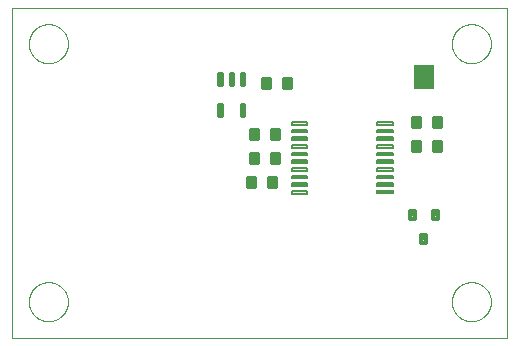
<source format=gtp>
G75*
%MOIN*%
%OFA0B0*%
%FSLAX25Y25*%
%IPPOS*%
%LPD*%
%AMOC8*
5,1,8,0,0,1.08239X$1,22.5*
%
%ADD10C,0.00000*%
%ADD11C,0.00974*%
%ADD12C,0.01744*%
%ADD13R,0.06000X0.01650*%
%ADD14C,0.00742*%
%ADD15R,0.06700X0.07900*%
%ADD16C,0.01395*%
D10*
X0089050Y0003800D02*
X0089050Y0113800D01*
X0254050Y0113800D01*
X0254050Y0003800D01*
X0089050Y0003800D01*
X0094550Y0015800D02*
X0094552Y0015961D01*
X0094558Y0016121D01*
X0094568Y0016282D01*
X0094582Y0016442D01*
X0094600Y0016602D01*
X0094621Y0016761D01*
X0094647Y0016920D01*
X0094677Y0017078D01*
X0094710Y0017235D01*
X0094748Y0017392D01*
X0094789Y0017547D01*
X0094834Y0017701D01*
X0094883Y0017854D01*
X0094936Y0018006D01*
X0094992Y0018157D01*
X0095053Y0018306D01*
X0095116Y0018454D01*
X0095184Y0018600D01*
X0095255Y0018744D01*
X0095329Y0018886D01*
X0095407Y0019027D01*
X0095489Y0019165D01*
X0095574Y0019302D01*
X0095662Y0019436D01*
X0095754Y0019568D01*
X0095849Y0019698D01*
X0095947Y0019826D01*
X0096048Y0019951D01*
X0096152Y0020073D01*
X0096259Y0020193D01*
X0096369Y0020310D01*
X0096482Y0020425D01*
X0096598Y0020536D01*
X0096717Y0020645D01*
X0096838Y0020750D01*
X0096962Y0020853D01*
X0097088Y0020953D01*
X0097216Y0021049D01*
X0097347Y0021142D01*
X0097481Y0021232D01*
X0097616Y0021319D01*
X0097754Y0021402D01*
X0097893Y0021482D01*
X0098035Y0021558D01*
X0098178Y0021631D01*
X0098323Y0021700D01*
X0098470Y0021766D01*
X0098618Y0021828D01*
X0098768Y0021886D01*
X0098919Y0021941D01*
X0099072Y0021992D01*
X0099226Y0022039D01*
X0099381Y0022082D01*
X0099537Y0022121D01*
X0099693Y0022157D01*
X0099851Y0022188D01*
X0100009Y0022216D01*
X0100168Y0022240D01*
X0100328Y0022260D01*
X0100488Y0022276D01*
X0100648Y0022288D01*
X0100809Y0022296D01*
X0100970Y0022300D01*
X0101130Y0022300D01*
X0101291Y0022296D01*
X0101452Y0022288D01*
X0101612Y0022276D01*
X0101772Y0022260D01*
X0101932Y0022240D01*
X0102091Y0022216D01*
X0102249Y0022188D01*
X0102407Y0022157D01*
X0102563Y0022121D01*
X0102719Y0022082D01*
X0102874Y0022039D01*
X0103028Y0021992D01*
X0103181Y0021941D01*
X0103332Y0021886D01*
X0103482Y0021828D01*
X0103630Y0021766D01*
X0103777Y0021700D01*
X0103922Y0021631D01*
X0104065Y0021558D01*
X0104207Y0021482D01*
X0104346Y0021402D01*
X0104484Y0021319D01*
X0104619Y0021232D01*
X0104753Y0021142D01*
X0104884Y0021049D01*
X0105012Y0020953D01*
X0105138Y0020853D01*
X0105262Y0020750D01*
X0105383Y0020645D01*
X0105502Y0020536D01*
X0105618Y0020425D01*
X0105731Y0020310D01*
X0105841Y0020193D01*
X0105948Y0020073D01*
X0106052Y0019951D01*
X0106153Y0019826D01*
X0106251Y0019698D01*
X0106346Y0019568D01*
X0106438Y0019436D01*
X0106526Y0019302D01*
X0106611Y0019165D01*
X0106693Y0019027D01*
X0106771Y0018886D01*
X0106845Y0018744D01*
X0106916Y0018600D01*
X0106984Y0018454D01*
X0107047Y0018306D01*
X0107108Y0018157D01*
X0107164Y0018006D01*
X0107217Y0017854D01*
X0107266Y0017701D01*
X0107311Y0017547D01*
X0107352Y0017392D01*
X0107390Y0017235D01*
X0107423Y0017078D01*
X0107453Y0016920D01*
X0107479Y0016761D01*
X0107500Y0016602D01*
X0107518Y0016442D01*
X0107532Y0016282D01*
X0107542Y0016121D01*
X0107548Y0015961D01*
X0107550Y0015800D01*
X0107548Y0015639D01*
X0107542Y0015479D01*
X0107532Y0015318D01*
X0107518Y0015158D01*
X0107500Y0014998D01*
X0107479Y0014839D01*
X0107453Y0014680D01*
X0107423Y0014522D01*
X0107390Y0014365D01*
X0107352Y0014208D01*
X0107311Y0014053D01*
X0107266Y0013899D01*
X0107217Y0013746D01*
X0107164Y0013594D01*
X0107108Y0013443D01*
X0107047Y0013294D01*
X0106984Y0013146D01*
X0106916Y0013000D01*
X0106845Y0012856D01*
X0106771Y0012714D01*
X0106693Y0012573D01*
X0106611Y0012435D01*
X0106526Y0012298D01*
X0106438Y0012164D01*
X0106346Y0012032D01*
X0106251Y0011902D01*
X0106153Y0011774D01*
X0106052Y0011649D01*
X0105948Y0011527D01*
X0105841Y0011407D01*
X0105731Y0011290D01*
X0105618Y0011175D01*
X0105502Y0011064D01*
X0105383Y0010955D01*
X0105262Y0010850D01*
X0105138Y0010747D01*
X0105012Y0010647D01*
X0104884Y0010551D01*
X0104753Y0010458D01*
X0104619Y0010368D01*
X0104484Y0010281D01*
X0104346Y0010198D01*
X0104207Y0010118D01*
X0104065Y0010042D01*
X0103922Y0009969D01*
X0103777Y0009900D01*
X0103630Y0009834D01*
X0103482Y0009772D01*
X0103332Y0009714D01*
X0103181Y0009659D01*
X0103028Y0009608D01*
X0102874Y0009561D01*
X0102719Y0009518D01*
X0102563Y0009479D01*
X0102407Y0009443D01*
X0102249Y0009412D01*
X0102091Y0009384D01*
X0101932Y0009360D01*
X0101772Y0009340D01*
X0101612Y0009324D01*
X0101452Y0009312D01*
X0101291Y0009304D01*
X0101130Y0009300D01*
X0100970Y0009300D01*
X0100809Y0009304D01*
X0100648Y0009312D01*
X0100488Y0009324D01*
X0100328Y0009340D01*
X0100168Y0009360D01*
X0100009Y0009384D01*
X0099851Y0009412D01*
X0099693Y0009443D01*
X0099537Y0009479D01*
X0099381Y0009518D01*
X0099226Y0009561D01*
X0099072Y0009608D01*
X0098919Y0009659D01*
X0098768Y0009714D01*
X0098618Y0009772D01*
X0098470Y0009834D01*
X0098323Y0009900D01*
X0098178Y0009969D01*
X0098035Y0010042D01*
X0097893Y0010118D01*
X0097754Y0010198D01*
X0097616Y0010281D01*
X0097481Y0010368D01*
X0097347Y0010458D01*
X0097216Y0010551D01*
X0097088Y0010647D01*
X0096962Y0010747D01*
X0096838Y0010850D01*
X0096717Y0010955D01*
X0096598Y0011064D01*
X0096482Y0011175D01*
X0096369Y0011290D01*
X0096259Y0011407D01*
X0096152Y0011527D01*
X0096048Y0011649D01*
X0095947Y0011774D01*
X0095849Y0011902D01*
X0095754Y0012032D01*
X0095662Y0012164D01*
X0095574Y0012298D01*
X0095489Y0012435D01*
X0095407Y0012573D01*
X0095329Y0012714D01*
X0095255Y0012856D01*
X0095184Y0013000D01*
X0095116Y0013146D01*
X0095053Y0013294D01*
X0094992Y0013443D01*
X0094936Y0013594D01*
X0094883Y0013746D01*
X0094834Y0013899D01*
X0094789Y0014053D01*
X0094748Y0014208D01*
X0094710Y0014365D01*
X0094677Y0014522D01*
X0094647Y0014680D01*
X0094621Y0014839D01*
X0094600Y0014998D01*
X0094582Y0015158D01*
X0094568Y0015318D01*
X0094558Y0015479D01*
X0094552Y0015639D01*
X0094550Y0015800D01*
X0235550Y0015800D02*
X0235552Y0015961D01*
X0235558Y0016121D01*
X0235568Y0016282D01*
X0235582Y0016442D01*
X0235600Y0016602D01*
X0235621Y0016761D01*
X0235647Y0016920D01*
X0235677Y0017078D01*
X0235710Y0017235D01*
X0235748Y0017392D01*
X0235789Y0017547D01*
X0235834Y0017701D01*
X0235883Y0017854D01*
X0235936Y0018006D01*
X0235992Y0018157D01*
X0236053Y0018306D01*
X0236116Y0018454D01*
X0236184Y0018600D01*
X0236255Y0018744D01*
X0236329Y0018886D01*
X0236407Y0019027D01*
X0236489Y0019165D01*
X0236574Y0019302D01*
X0236662Y0019436D01*
X0236754Y0019568D01*
X0236849Y0019698D01*
X0236947Y0019826D01*
X0237048Y0019951D01*
X0237152Y0020073D01*
X0237259Y0020193D01*
X0237369Y0020310D01*
X0237482Y0020425D01*
X0237598Y0020536D01*
X0237717Y0020645D01*
X0237838Y0020750D01*
X0237962Y0020853D01*
X0238088Y0020953D01*
X0238216Y0021049D01*
X0238347Y0021142D01*
X0238481Y0021232D01*
X0238616Y0021319D01*
X0238754Y0021402D01*
X0238893Y0021482D01*
X0239035Y0021558D01*
X0239178Y0021631D01*
X0239323Y0021700D01*
X0239470Y0021766D01*
X0239618Y0021828D01*
X0239768Y0021886D01*
X0239919Y0021941D01*
X0240072Y0021992D01*
X0240226Y0022039D01*
X0240381Y0022082D01*
X0240537Y0022121D01*
X0240693Y0022157D01*
X0240851Y0022188D01*
X0241009Y0022216D01*
X0241168Y0022240D01*
X0241328Y0022260D01*
X0241488Y0022276D01*
X0241648Y0022288D01*
X0241809Y0022296D01*
X0241970Y0022300D01*
X0242130Y0022300D01*
X0242291Y0022296D01*
X0242452Y0022288D01*
X0242612Y0022276D01*
X0242772Y0022260D01*
X0242932Y0022240D01*
X0243091Y0022216D01*
X0243249Y0022188D01*
X0243407Y0022157D01*
X0243563Y0022121D01*
X0243719Y0022082D01*
X0243874Y0022039D01*
X0244028Y0021992D01*
X0244181Y0021941D01*
X0244332Y0021886D01*
X0244482Y0021828D01*
X0244630Y0021766D01*
X0244777Y0021700D01*
X0244922Y0021631D01*
X0245065Y0021558D01*
X0245207Y0021482D01*
X0245346Y0021402D01*
X0245484Y0021319D01*
X0245619Y0021232D01*
X0245753Y0021142D01*
X0245884Y0021049D01*
X0246012Y0020953D01*
X0246138Y0020853D01*
X0246262Y0020750D01*
X0246383Y0020645D01*
X0246502Y0020536D01*
X0246618Y0020425D01*
X0246731Y0020310D01*
X0246841Y0020193D01*
X0246948Y0020073D01*
X0247052Y0019951D01*
X0247153Y0019826D01*
X0247251Y0019698D01*
X0247346Y0019568D01*
X0247438Y0019436D01*
X0247526Y0019302D01*
X0247611Y0019165D01*
X0247693Y0019027D01*
X0247771Y0018886D01*
X0247845Y0018744D01*
X0247916Y0018600D01*
X0247984Y0018454D01*
X0248047Y0018306D01*
X0248108Y0018157D01*
X0248164Y0018006D01*
X0248217Y0017854D01*
X0248266Y0017701D01*
X0248311Y0017547D01*
X0248352Y0017392D01*
X0248390Y0017235D01*
X0248423Y0017078D01*
X0248453Y0016920D01*
X0248479Y0016761D01*
X0248500Y0016602D01*
X0248518Y0016442D01*
X0248532Y0016282D01*
X0248542Y0016121D01*
X0248548Y0015961D01*
X0248550Y0015800D01*
X0248548Y0015639D01*
X0248542Y0015479D01*
X0248532Y0015318D01*
X0248518Y0015158D01*
X0248500Y0014998D01*
X0248479Y0014839D01*
X0248453Y0014680D01*
X0248423Y0014522D01*
X0248390Y0014365D01*
X0248352Y0014208D01*
X0248311Y0014053D01*
X0248266Y0013899D01*
X0248217Y0013746D01*
X0248164Y0013594D01*
X0248108Y0013443D01*
X0248047Y0013294D01*
X0247984Y0013146D01*
X0247916Y0013000D01*
X0247845Y0012856D01*
X0247771Y0012714D01*
X0247693Y0012573D01*
X0247611Y0012435D01*
X0247526Y0012298D01*
X0247438Y0012164D01*
X0247346Y0012032D01*
X0247251Y0011902D01*
X0247153Y0011774D01*
X0247052Y0011649D01*
X0246948Y0011527D01*
X0246841Y0011407D01*
X0246731Y0011290D01*
X0246618Y0011175D01*
X0246502Y0011064D01*
X0246383Y0010955D01*
X0246262Y0010850D01*
X0246138Y0010747D01*
X0246012Y0010647D01*
X0245884Y0010551D01*
X0245753Y0010458D01*
X0245619Y0010368D01*
X0245484Y0010281D01*
X0245346Y0010198D01*
X0245207Y0010118D01*
X0245065Y0010042D01*
X0244922Y0009969D01*
X0244777Y0009900D01*
X0244630Y0009834D01*
X0244482Y0009772D01*
X0244332Y0009714D01*
X0244181Y0009659D01*
X0244028Y0009608D01*
X0243874Y0009561D01*
X0243719Y0009518D01*
X0243563Y0009479D01*
X0243407Y0009443D01*
X0243249Y0009412D01*
X0243091Y0009384D01*
X0242932Y0009360D01*
X0242772Y0009340D01*
X0242612Y0009324D01*
X0242452Y0009312D01*
X0242291Y0009304D01*
X0242130Y0009300D01*
X0241970Y0009300D01*
X0241809Y0009304D01*
X0241648Y0009312D01*
X0241488Y0009324D01*
X0241328Y0009340D01*
X0241168Y0009360D01*
X0241009Y0009384D01*
X0240851Y0009412D01*
X0240693Y0009443D01*
X0240537Y0009479D01*
X0240381Y0009518D01*
X0240226Y0009561D01*
X0240072Y0009608D01*
X0239919Y0009659D01*
X0239768Y0009714D01*
X0239618Y0009772D01*
X0239470Y0009834D01*
X0239323Y0009900D01*
X0239178Y0009969D01*
X0239035Y0010042D01*
X0238893Y0010118D01*
X0238754Y0010198D01*
X0238616Y0010281D01*
X0238481Y0010368D01*
X0238347Y0010458D01*
X0238216Y0010551D01*
X0238088Y0010647D01*
X0237962Y0010747D01*
X0237838Y0010850D01*
X0237717Y0010955D01*
X0237598Y0011064D01*
X0237482Y0011175D01*
X0237369Y0011290D01*
X0237259Y0011407D01*
X0237152Y0011527D01*
X0237048Y0011649D01*
X0236947Y0011774D01*
X0236849Y0011902D01*
X0236754Y0012032D01*
X0236662Y0012164D01*
X0236574Y0012298D01*
X0236489Y0012435D01*
X0236407Y0012573D01*
X0236329Y0012714D01*
X0236255Y0012856D01*
X0236184Y0013000D01*
X0236116Y0013146D01*
X0236053Y0013294D01*
X0235992Y0013443D01*
X0235936Y0013594D01*
X0235883Y0013746D01*
X0235834Y0013899D01*
X0235789Y0014053D01*
X0235748Y0014208D01*
X0235710Y0014365D01*
X0235677Y0014522D01*
X0235647Y0014680D01*
X0235621Y0014839D01*
X0235600Y0014998D01*
X0235582Y0015158D01*
X0235568Y0015318D01*
X0235558Y0015479D01*
X0235552Y0015639D01*
X0235550Y0015800D01*
X0235550Y0101800D02*
X0235552Y0101961D01*
X0235558Y0102121D01*
X0235568Y0102282D01*
X0235582Y0102442D01*
X0235600Y0102602D01*
X0235621Y0102761D01*
X0235647Y0102920D01*
X0235677Y0103078D01*
X0235710Y0103235D01*
X0235748Y0103392D01*
X0235789Y0103547D01*
X0235834Y0103701D01*
X0235883Y0103854D01*
X0235936Y0104006D01*
X0235992Y0104157D01*
X0236053Y0104306D01*
X0236116Y0104454D01*
X0236184Y0104600D01*
X0236255Y0104744D01*
X0236329Y0104886D01*
X0236407Y0105027D01*
X0236489Y0105165D01*
X0236574Y0105302D01*
X0236662Y0105436D01*
X0236754Y0105568D01*
X0236849Y0105698D01*
X0236947Y0105826D01*
X0237048Y0105951D01*
X0237152Y0106073D01*
X0237259Y0106193D01*
X0237369Y0106310D01*
X0237482Y0106425D01*
X0237598Y0106536D01*
X0237717Y0106645D01*
X0237838Y0106750D01*
X0237962Y0106853D01*
X0238088Y0106953D01*
X0238216Y0107049D01*
X0238347Y0107142D01*
X0238481Y0107232D01*
X0238616Y0107319D01*
X0238754Y0107402D01*
X0238893Y0107482D01*
X0239035Y0107558D01*
X0239178Y0107631D01*
X0239323Y0107700D01*
X0239470Y0107766D01*
X0239618Y0107828D01*
X0239768Y0107886D01*
X0239919Y0107941D01*
X0240072Y0107992D01*
X0240226Y0108039D01*
X0240381Y0108082D01*
X0240537Y0108121D01*
X0240693Y0108157D01*
X0240851Y0108188D01*
X0241009Y0108216D01*
X0241168Y0108240D01*
X0241328Y0108260D01*
X0241488Y0108276D01*
X0241648Y0108288D01*
X0241809Y0108296D01*
X0241970Y0108300D01*
X0242130Y0108300D01*
X0242291Y0108296D01*
X0242452Y0108288D01*
X0242612Y0108276D01*
X0242772Y0108260D01*
X0242932Y0108240D01*
X0243091Y0108216D01*
X0243249Y0108188D01*
X0243407Y0108157D01*
X0243563Y0108121D01*
X0243719Y0108082D01*
X0243874Y0108039D01*
X0244028Y0107992D01*
X0244181Y0107941D01*
X0244332Y0107886D01*
X0244482Y0107828D01*
X0244630Y0107766D01*
X0244777Y0107700D01*
X0244922Y0107631D01*
X0245065Y0107558D01*
X0245207Y0107482D01*
X0245346Y0107402D01*
X0245484Y0107319D01*
X0245619Y0107232D01*
X0245753Y0107142D01*
X0245884Y0107049D01*
X0246012Y0106953D01*
X0246138Y0106853D01*
X0246262Y0106750D01*
X0246383Y0106645D01*
X0246502Y0106536D01*
X0246618Y0106425D01*
X0246731Y0106310D01*
X0246841Y0106193D01*
X0246948Y0106073D01*
X0247052Y0105951D01*
X0247153Y0105826D01*
X0247251Y0105698D01*
X0247346Y0105568D01*
X0247438Y0105436D01*
X0247526Y0105302D01*
X0247611Y0105165D01*
X0247693Y0105027D01*
X0247771Y0104886D01*
X0247845Y0104744D01*
X0247916Y0104600D01*
X0247984Y0104454D01*
X0248047Y0104306D01*
X0248108Y0104157D01*
X0248164Y0104006D01*
X0248217Y0103854D01*
X0248266Y0103701D01*
X0248311Y0103547D01*
X0248352Y0103392D01*
X0248390Y0103235D01*
X0248423Y0103078D01*
X0248453Y0102920D01*
X0248479Y0102761D01*
X0248500Y0102602D01*
X0248518Y0102442D01*
X0248532Y0102282D01*
X0248542Y0102121D01*
X0248548Y0101961D01*
X0248550Y0101800D01*
X0248548Y0101639D01*
X0248542Y0101479D01*
X0248532Y0101318D01*
X0248518Y0101158D01*
X0248500Y0100998D01*
X0248479Y0100839D01*
X0248453Y0100680D01*
X0248423Y0100522D01*
X0248390Y0100365D01*
X0248352Y0100208D01*
X0248311Y0100053D01*
X0248266Y0099899D01*
X0248217Y0099746D01*
X0248164Y0099594D01*
X0248108Y0099443D01*
X0248047Y0099294D01*
X0247984Y0099146D01*
X0247916Y0099000D01*
X0247845Y0098856D01*
X0247771Y0098714D01*
X0247693Y0098573D01*
X0247611Y0098435D01*
X0247526Y0098298D01*
X0247438Y0098164D01*
X0247346Y0098032D01*
X0247251Y0097902D01*
X0247153Y0097774D01*
X0247052Y0097649D01*
X0246948Y0097527D01*
X0246841Y0097407D01*
X0246731Y0097290D01*
X0246618Y0097175D01*
X0246502Y0097064D01*
X0246383Y0096955D01*
X0246262Y0096850D01*
X0246138Y0096747D01*
X0246012Y0096647D01*
X0245884Y0096551D01*
X0245753Y0096458D01*
X0245619Y0096368D01*
X0245484Y0096281D01*
X0245346Y0096198D01*
X0245207Y0096118D01*
X0245065Y0096042D01*
X0244922Y0095969D01*
X0244777Y0095900D01*
X0244630Y0095834D01*
X0244482Y0095772D01*
X0244332Y0095714D01*
X0244181Y0095659D01*
X0244028Y0095608D01*
X0243874Y0095561D01*
X0243719Y0095518D01*
X0243563Y0095479D01*
X0243407Y0095443D01*
X0243249Y0095412D01*
X0243091Y0095384D01*
X0242932Y0095360D01*
X0242772Y0095340D01*
X0242612Y0095324D01*
X0242452Y0095312D01*
X0242291Y0095304D01*
X0242130Y0095300D01*
X0241970Y0095300D01*
X0241809Y0095304D01*
X0241648Y0095312D01*
X0241488Y0095324D01*
X0241328Y0095340D01*
X0241168Y0095360D01*
X0241009Y0095384D01*
X0240851Y0095412D01*
X0240693Y0095443D01*
X0240537Y0095479D01*
X0240381Y0095518D01*
X0240226Y0095561D01*
X0240072Y0095608D01*
X0239919Y0095659D01*
X0239768Y0095714D01*
X0239618Y0095772D01*
X0239470Y0095834D01*
X0239323Y0095900D01*
X0239178Y0095969D01*
X0239035Y0096042D01*
X0238893Y0096118D01*
X0238754Y0096198D01*
X0238616Y0096281D01*
X0238481Y0096368D01*
X0238347Y0096458D01*
X0238216Y0096551D01*
X0238088Y0096647D01*
X0237962Y0096747D01*
X0237838Y0096850D01*
X0237717Y0096955D01*
X0237598Y0097064D01*
X0237482Y0097175D01*
X0237369Y0097290D01*
X0237259Y0097407D01*
X0237152Y0097527D01*
X0237048Y0097649D01*
X0236947Y0097774D01*
X0236849Y0097902D01*
X0236754Y0098032D01*
X0236662Y0098164D01*
X0236574Y0098298D01*
X0236489Y0098435D01*
X0236407Y0098573D01*
X0236329Y0098714D01*
X0236255Y0098856D01*
X0236184Y0099000D01*
X0236116Y0099146D01*
X0236053Y0099294D01*
X0235992Y0099443D01*
X0235936Y0099594D01*
X0235883Y0099746D01*
X0235834Y0099899D01*
X0235789Y0100053D01*
X0235748Y0100208D01*
X0235710Y0100365D01*
X0235677Y0100522D01*
X0235647Y0100680D01*
X0235621Y0100839D01*
X0235600Y0100998D01*
X0235582Y0101158D01*
X0235568Y0101318D01*
X0235558Y0101479D01*
X0235552Y0101639D01*
X0235550Y0101800D01*
X0094550Y0101800D02*
X0094552Y0101961D01*
X0094558Y0102121D01*
X0094568Y0102282D01*
X0094582Y0102442D01*
X0094600Y0102602D01*
X0094621Y0102761D01*
X0094647Y0102920D01*
X0094677Y0103078D01*
X0094710Y0103235D01*
X0094748Y0103392D01*
X0094789Y0103547D01*
X0094834Y0103701D01*
X0094883Y0103854D01*
X0094936Y0104006D01*
X0094992Y0104157D01*
X0095053Y0104306D01*
X0095116Y0104454D01*
X0095184Y0104600D01*
X0095255Y0104744D01*
X0095329Y0104886D01*
X0095407Y0105027D01*
X0095489Y0105165D01*
X0095574Y0105302D01*
X0095662Y0105436D01*
X0095754Y0105568D01*
X0095849Y0105698D01*
X0095947Y0105826D01*
X0096048Y0105951D01*
X0096152Y0106073D01*
X0096259Y0106193D01*
X0096369Y0106310D01*
X0096482Y0106425D01*
X0096598Y0106536D01*
X0096717Y0106645D01*
X0096838Y0106750D01*
X0096962Y0106853D01*
X0097088Y0106953D01*
X0097216Y0107049D01*
X0097347Y0107142D01*
X0097481Y0107232D01*
X0097616Y0107319D01*
X0097754Y0107402D01*
X0097893Y0107482D01*
X0098035Y0107558D01*
X0098178Y0107631D01*
X0098323Y0107700D01*
X0098470Y0107766D01*
X0098618Y0107828D01*
X0098768Y0107886D01*
X0098919Y0107941D01*
X0099072Y0107992D01*
X0099226Y0108039D01*
X0099381Y0108082D01*
X0099537Y0108121D01*
X0099693Y0108157D01*
X0099851Y0108188D01*
X0100009Y0108216D01*
X0100168Y0108240D01*
X0100328Y0108260D01*
X0100488Y0108276D01*
X0100648Y0108288D01*
X0100809Y0108296D01*
X0100970Y0108300D01*
X0101130Y0108300D01*
X0101291Y0108296D01*
X0101452Y0108288D01*
X0101612Y0108276D01*
X0101772Y0108260D01*
X0101932Y0108240D01*
X0102091Y0108216D01*
X0102249Y0108188D01*
X0102407Y0108157D01*
X0102563Y0108121D01*
X0102719Y0108082D01*
X0102874Y0108039D01*
X0103028Y0107992D01*
X0103181Y0107941D01*
X0103332Y0107886D01*
X0103482Y0107828D01*
X0103630Y0107766D01*
X0103777Y0107700D01*
X0103922Y0107631D01*
X0104065Y0107558D01*
X0104207Y0107482D01*
X0104346Y0107402D01*
X0104484Y0107319D01*
X0104619Y0107232D01*
X0104753Y0107142D01*
X0104884Y0107049D01*
X0105012Y0106953D01*
X0105138Y0106853D01*
X0105262Y0106750D01*
X0105383Y0106645D01*
X0105502Y0106536D01*
X0105618Y0106425D01*
X0105731Y0106310D01*
X0105841Y0106193D01*
X0105948Y0106073D01*
X0106052Y0105951D01*
X0106153Y0105826D01*
X0106251Y0105698D01*
X0106346Y0105568D01*
X0106438Y0105436D01*
X0106526Y0105302D01*
X0106611Y0105165D01*
X0106693Y0105027D01*
X0106771Y0104886D01*
X0106845Y0104744D01*
X0106916Y0104600D01*
X0106984Y0104454D01*
X0107047Y0104306D01*
X0107108Y0104157D01*
X0107164Y0104006D01*
X0107217Y0103854D01*
X0107266Y0103701D01*
X0107311Y0103547D01*
X0107352Y0103392D01*
X0107390Y0103235D01*
X0107423Y0103078D01*
X0107453Y0102920D01*
X0107479Y0102761D01*
X0107500Y0102602D01*
X0107518Y0102442D01*
X0107532Y0102282D01*
X0107542Y0102121D01*
X0107548Y0101961D01*
X0107550Y0101800D01*
X0107548Y0101639D01*
X0107542Y0101479D01*
X0107532Y0101318D01*
X0107518Y0101158D01*
X0107500Y0100998D01*
X0107479Y0100839D01*
X0107453Y0100680D01*
X0107423Y0100522D01*
X0107390Y0100365D01*
X0107352Y0100208D01*
X0107311Y0100053D01*
X0107266Y0099899D01*
X0107217Y0099746D01*
X0107164Y0099594D01*
X0107108Y0099443D01*
X0107047Y0099294D01*
X0106984Y0099146D01*
X0106916Y0099000D01*
X0106845Y0098856D01*
X0106771Y0098714D01*
X0106693Y0098573D01*
X0106611Y0098435D01*
X0106526Y0098298D01*
X0106438Y0098164D01*
X0106346Y0098032D01*
X0106251Y0097902D01*
X0106153Y0097774D01*
X0106052Y0097649D01*
X0105948Y0097527D01*
X0105841Y0097407D01*
X0105731Y0097290D01*
X0105618Y0097175D01*
X0105502Y0097064D01*
X0105383Y0096955D01*
X0105262Y0096850D01*
X0105138Y0096747D01*
X0105012Y0096647D01*
X0104884Y0096551D01*
X0104753Y0096458D01*
X0104619Y0096368D01*
X0104484Y0096281D01*
X0104346Y0096198D01*
X0104207Y0096118D01*
X0104065Y0096042D01*
X0103922Y0095969D01*
X0103777Y0095900D01*
X0103630Y0095834D01*
X0103482Y0095772D01*
X0103332Y0095714D01*
X0103181Y0095659D01*
X0103028Y0095608D01*
X0102874Y0095561D01*
X0102719Y0095518D01*
X0102563Y0095479D01*
X0102407Y0095443D01*
X0102249Y0095412D01*
X0102091Y0095384D01*
X0101932Y0095360D01*
X0101772Y0095340D01*
X0101612Y0095324D01*
X0101452Y0095312D01*
X0101291Y0095304D01*
X0101130Y0095300D01*
X0100970Y0095300D01*
X0100809Y0095304D01*
X0100648Y0095312D01*
X0100488Y0095324D01*
X0100328Y0095340D01*
X0100168Y0095360D01*
X0100009Y0095384D01*
X0099851Y0095412D01*
X0099693Y0095443D01*
X0099537Y0095479D01*
X0099381Y0095518D01*
X0099226Y0095561D01*
X0099072Y0095608D01*
X0098919Y0095659D01*
X0098768Y0095714D01*
X0098618Y0095772D01*
X0098470Y0095834D01*
X0098323Y0095900D01*
X0098178Y0095969D01*
X0098035Y0096042D01*
X0097893Y0096118D01*
X0097754Y0096198D01*
X0097616Y0096281D01*
X0097481Y0096368D01*
X0097347Y0096458D01*
X0097216Y0096551D01*
X0097088Y0096647D01*
X0096962Y0096747D01*
X0096838Y0096850D01*
X0096717Y0096955D01*
X0096598Y0097064D01*
X0096482Y0097175D01*
X0096369Y0097290D01*
X0096259Y0097407D01*
X0096152Y0097527D01*
X0096048Y0097649D01*
X0095947Y0097774D01*
X0095849Y0097902D01*
X0095754Y0098032D01*
X0095662Y0098164D01*
X0095574Y0098298D01*
X0095489Y0098435D01*
X0095407Y0098573D01*
X0095329Y0098714D01*
X0095255Y0098856D01*
X0095184Y0099000D01*
X0095116Y0099146D01*
X0095053Y0099294D01*
X0094992Y0099443D01*
X0094936Y0099594D01*
X0094883Y0099746D01*
X0094834Y0099899D01*
X0094789Y0100053D01*
X0094748Y0100208D01*
X0094710Y0100365D01*
X0094677Y0100522D01*
X0094647Y0100680D01*
X0094621Y0100839D01*
X0094600Y0100998D01*
X0094582Y0101158D01*
X0094568Y0101318D01*
X0094558Y0101479D01*
X0094552Y0101639D01*
X0094550Y0101800D01*
D11*
X0157715Y0091931D02*
X0158905Y0091931D01*
X0158905Y0087905D01*
X0157715Y0087905D01*
X0157715Y0091931D01*
X0157715Y0088878D02*
X0158905Y0088878D01*
X0158905Y0089851D02*
X0157715Y0089851D01*
X0157715Y0090824D02*
X0158905Y0090824D01*
X0158905Y0091797D02*
X0157715Y0091797D01*
X0161455Y0091931D02*
X0162645Y0091931D01*
X0162645Y0087905D01*
X0161455Y0087905D01*
X0161455Y0091931D01*
X0161455Y0088878D02*
X0162645Y0088878D01*
X0162645Y0089851D02*
X0161455Y0089851D01*
X0161455Y0090824D02*
X0162645Y0090824D01*
X0162645Y0091797D02*
X0161455Y0091797D01*
X0165195Y0091931D02*
X0166385Y0091931D01*
X0166385Y0087905D01*
X0165195Y0087905D01*
X0165195Y0091931D01*
X0165195Y0088878D02*
X0166385Y0088878D01*
X0166385Y0089851D02*
X0165195Y0089851D01*
X0165195Y0090824D02*
X0166385Y0090824D01*
X0166385Y0091797D02*
X0165195Y0091797D01*
X0165195Y0081695D02*
X0166385Y0081695D01*
X0166385Y0077669D01*
X0165195Y0077669D01*
X0165195Y0081695D01*
X0165195Y0078642D02*
X0166385Y0078642D01*
X0166385Y0079615D02*
X0165195Y0079615D01*
X0165195Y0080588D02*
X0166385Y0080588D01*
X0166385Y0081561D02*
X0165195Y0081561D01*
X0158905Y0081695D02*
X0157715Y0081695D01*
X0158905Y0081695D02*
X0158905Y0077669D01*
X0157715Y0077669D01*
X0157715Y0081695D01*
X0157715Y0078642D02*
X0158905Y0078642D01*
X0158905Y0079615D02*
X0157715Y0079615D01*
X0157715Y0080588D02*
X0158905Y0080588D01*
X0158905Y0081561D02*
X0157715Y0081561D01*
D12*
X0172442Y0090178D02*
X0174572Y0090178D01*
X0174572Y0087422D01*
X0172442Y0087422D01*
X0172442Y0090178D01*
X0172442Y0089165D02*
X0174572Y0089165D01*
X0179528Y0090178D02*
X0181658Y0090178D01*
X0181658Y0087422D01*
X0179528Y0087422D01*
X0179528Y0090178D01*
X0179528Y0089165D02*
X0181658Y0089165D01*
X0177658Y0073178D02*
X0175528Y0073178D01*
X0177658Y0073178D02*
X0177658Y0070422D01*
X0175528Y0070422D01*
X0175528Y0073178D01*
X0175528Y0072165D02*
X0177658Y0072165D01*
X0170572Y0073178D02*
X0168442Y0073178D01*
X0170572Y0073178D02*
X0170572Y0070422D01*
X0168442Y0070422D01*
X0168442Y0073178D01*
X0168442Y0072165D02*
X0170572Y0072165D01*
X0170572Y0065178D02*
X0168442Y0065178D01*
X0170572Y0065178D02*
X0170572Y0062422D01*
X0168442Y0062422D01*
X0168442Y0065178D01*
X0168442Y0064165D02*
X0170572Y0064165D01*
X0175528Y0065178D02*
X0177658Y0065178D01*
X0177658Y0062422D01*
X0175528Y0062422D01*
X0175528Y0065178D01*
X0175528Y0064165D02*
X0177658Y0064165D01*
X0176658Y0054422D02*
X0174528Y0054422D01*
X0174528Y0057178D01*
X0176658Y0057178D01*
X0176658Y0054422D01*
X0176658Y0056165D02*
X0174528Y0056165D01*
X0169572Y0054422D02*
X0167442Y0054422D01*
X0167442Y0057178D01*
X0169572Y0057178D01*
X0169572Y0054422D01*
X0169572Y0056165D02*
X0167442Y0056165D01*
X0222442Y0066422D02*
X0224572Y0066422D01*
X0222442Y0066422D02*
X0222442Y0069178D01*
X0224572Y0069178D01*
X0224572Y0066422D01*
X0224572Y0068165D02*
X0222442Y0068165D01*
X0229528Y0066422D02*
X0231658Y0066422D01*
X0229528Y0066422D02*
X0229528Y0069178D01*
X0231658Y0069178D01*
X0231658Y0066422D01*
X0231658Y0068165D02*
X0229528Y0068165D01*
X0229528Y0074422D02*
X0231658Y0074422D01*
X0229528Y0074422D02*
X0229528Y0077178D01*
X0231658Y0077178D01*
X0231658Y0074422D01*
X0231658Y0076165D02*
X0229528Y0076165D01*
X0224572Y0074422D02*
X0222442Y0074422D01*
X0222442Y0077178D01*
X0224572Y0077178D01*
X0224572Y0074422D01*
X0224572Y0076165D02*
X0222442Y0076165D01*
D13*
X0213322Y0052284D03*
D14*
X0215951Y0054389D02*
X0215951Y0055297D01*
X0215951Y0054389D02*
X0210693Y0054389D01*
X0210693Y0055297D01*
X0215951Y0055297D01*
X0215951Y0055130D02*
X0210693Y0055130D01*
X0215951Y0056948D02*
X0215951Y0057856D01*
X0215951Y0056948D02*
X0210693Y0056948D01*
X0210693Y0057856D01*
X0215951Y0057856D01*
X0215951Y0057689D02*
X0210693Y0057689D01*
X0215951Y0059507D02*
X0215951Y0060415D01*
X0215951Y0059507D02*
X0210693Y0059507D01*
X0210693Y0060415D01*
X0215951Y0060415D01*
X0215951Y0060248D02*
X0210693Y0060248D01*
X0215951Y0062066D02*
X0215951Y0062974D01*
X0215951Y0062066D02*
X0210693Y0062066D01*
X0210693Y0062974D01*
X0215951Y0062974D01*
X0215951Y0062807D02*
X0210693Y0062807D01*
X0215951Y0064626D02*
X0215951Y0065534D01*
X0215951Y0064626D02*
X0210693Y0064626D01*
X0210693Y0065534D01*
X0215951Y0065534D01*
X0215951Y0065367D02*
X0210693Y0065367D01*
X0215951Y0067185D02*
X0215951Y0068093D01*
X0215951Y0067185D02*
X0210693Y0067185D01*
X0210693Y0068093D01*
X0215951Y0068093D01*
X0215951Y0067926D02*
X0210693Y0067926D01*
X0215951Y0069744D02*
X0215951Y0070652D01*
X0215951Y0069744D02*
X0210693Y0069744D01*
X0210693Y0070652D01*
X0215951Y0070652D01*
X0215951Y0070485D02*
X0210693Y0070485D01*
X0215951Y0072303D02*
X0215951Y0073211D01*
X0215951Y0072303D02*
X0210693Y0072303D01*
X0210693Y0073211D01*
X0215951Y0073211D01*
X0215951Y0073044D02*
X0210693Y0073044D01*
X0215951Y0074862D02*
X0215951Y0075770D01*
X0215951Y0074862D02*
X0210693Y0074862D01*
X0210693Y0075770D01*
X0215951Y0075770D01*
X0215951Y0075603D02*
X0210693Y0075603D01*
X0187407Y0075770D02*
X0187407Y0074862D01*
X0182149Y0074862D01*
X0182149Y0075770D01*
X0187407Y0075770D01*
X0187407Y0075603D02*
X0182149Y0075603D01*
X0187407Y0073211D02*
X0187407Y0072303D01*
X0182149Y0072303D01*
X0182149Y0073211D01*
X0187407Y0073211D01*
X0187407Y0073044D02*
X0182149Y0073044D01*
X0187407Y0070652D02*
X0187407Y0069744D01*
X0182149Y0069744D01*
X0182149Y0070652D01*
X0187407Y0070652D01*
X0187407Y0070485D02*
X0182149Y0070485D01*
X0187407Y0068093D02*
X0187407Y0067185D01*
X0182149Y0067185D01*
X0182149Y0068093D01*
X0187407Y0068093D01*
X0187407Y0067926D02*
X0182149Y0067926D01*
X0187407Y0065534D02*
X0187407Y0064626D01*
X0182149Y0064626D01*
X0182149Y0065534D01*
X0187407Y0065534D01*
X0187407Y0065367D02*
X0182149Y0065367D01*
X0187407Y0062974D02*
X0187407Y0062066D01*
X0182149Y0062066D01*
X0182149Y0062974D01*
X0187407Y0062974D01*
X0187407Y0062807D02*
X0182149Y0062807D01*
X0187407Y0060415D02*
X0187407Y0059507D01*
X0182149Y0059507D01*
X0182149Y0060415D01*
X0187407Y0060415D01*
X0187407Y0060248D02*
X0182149Y0060248D01*
X0187407Y0057856D02*
X0187407Y0056948D01*
X0182149Y0056948D01*
X0182149Y0057856D01*
X0187407Y0057856D01*
X0187407Y0057689D02*
X0182149Y0057689D01*
X0187407Y0055297D02*
X0187407Y0054389D01*
X0182149Y0054389D01*
X0182149Y0055297D01*
X0187407Y0055297D01*
X0187407Y0055130D02*
X0182149Y0055130D01*
X0187407Y0052738D02*
X0187407Y0051830D01*
X0182149Y0051830D01*
X0182149Y0052738D01*
X0187407Y0052738D01*
X0187407Y0052571D02*
X0182149Y0052571D01*
D15*
X0226300Y0090750D03*
D16*
X0229097Y0043497D02*
X0230803Y0043497D01*
X0229097Y0043497D02*
X0229097Y0046103D01*
X0230803Y0046103D01*
X0230803Y0043497D01*
X0230803Y0044891D02*
X0229097Y0044891D01*
X0223203Y0043497D02*
X0221497Y0043497D01*
X0221497Y0046103D01*
X0223203Y0046103D01*
X0223203Y0043497D01*
X0223203Y0044891D02*
X0221497Y0044891D01*
X0225297Y0035497D02*
X0227003Y0035497D01*
X0225297Y0035497D02*
X0225297Y0038103D01*
X0227003Y0038103D01*
X0227003Y0035497D01*
X0227003Y0036891D02*
X0225297Y0036891D01*
M02*

</source>
